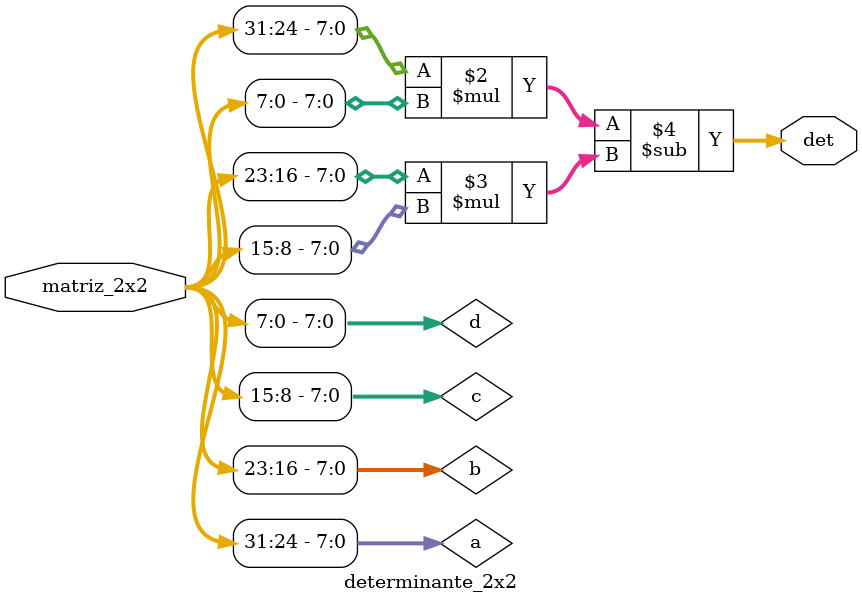
<source format=v>
module determinante_2x2 (
    input signed [31:0] matriz_2x2,  // Matriz 2x2 compactada
    output reg signed [31:0] det     // Resultado do determinante
);

    // Extraindo os elementos da matriz 2x2
    wire signed [7:0] a = matriz_2x2[31:24];
    wire signed [7:0] b = matriz_2x2[23:16];
    wire signed [7:0] c = matriz_2x2[15:8];
    wire signed [7:0] d = matriz_2x2[7:0];

    always @(*) begin
        // Calculando o determinante: det = a * d - b * c
        det = (a * d) - (b * c);
    end

endmodule

</source>
